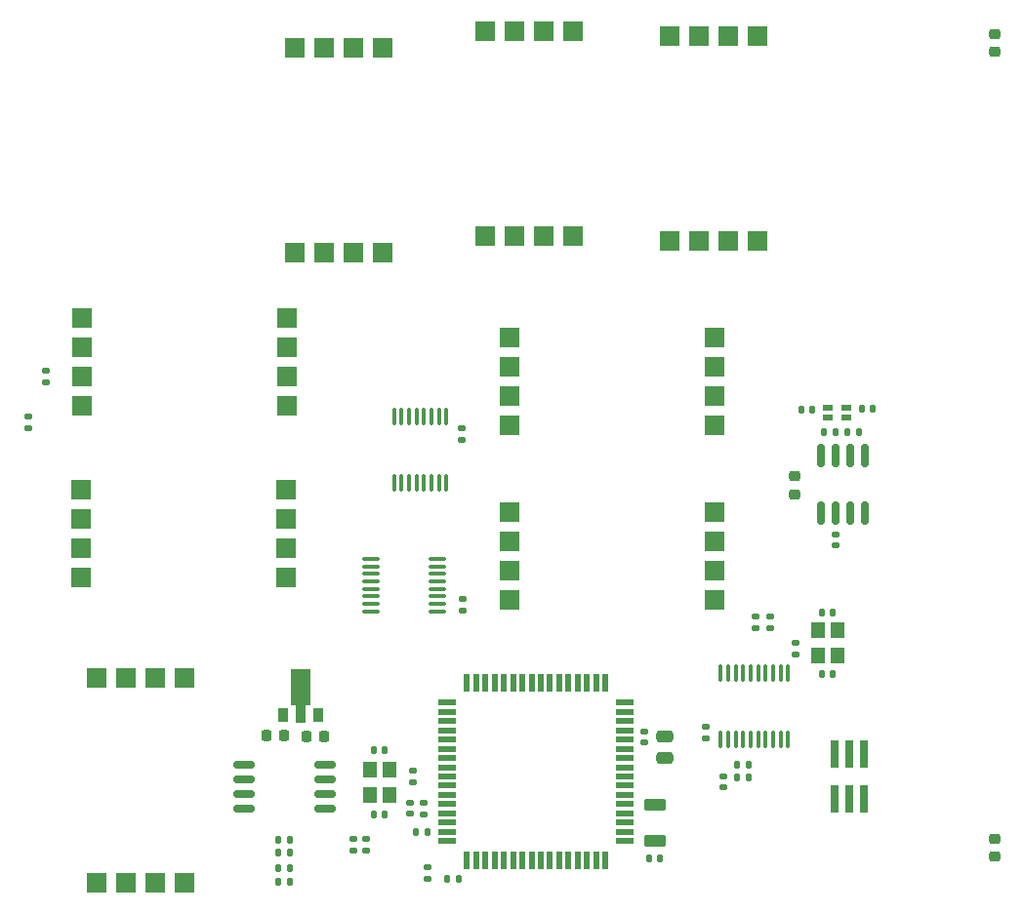
<source format=gbr>
%TF.GenerationSoftware,KiCad,Pcbnew,(6.0.0)*%
%TF.CreationDate,2022-01-29T18:53:07+09:00*%
%TF.ProjectId,ykts-payload,796b7473-2d70-4617-996c-6f61642e6b69,A4*%
%TF.SameCoordinates,Original*%
%TF.FileFunction,Paste,Bot*%
%TF.FilePolarity,Positive*%
%FSLAX46Y46*%
G04 Gerber Fmt 4.6, Leading zero omitted, Abs format (unit mm)*
G04 Created by KiCad (PCBNEW (6.0.0)) date 2022-01-29 18:53:07*
%MOMM*%
%LPD*%
G01*
G04 APERTURE LIST*
G04 Aperture macros list*
%AMRoundRect*
0 Rectangle with rounded corners*
0 $1 Rounding radius*
0 $2 $3 $4 $5 $6 $7 $8 $9 X,Y pos of 4 corners*
0 Add a 4 corners polygon primitive as box body*
4,1,4,$2,$3,$4,$5,$6,$7,$8,$9,$2,$3,0*
0 Add four circle primitives for the rounded corners*
1,1,$1+$1,$2,$3*
1,1,$1+$1,$4,$5*
1,1,$1+$1,$6,$7*
1,1,$1+$1,$8,$9*
0 Add four rect primitives between the rounded corners*
20,1,$1+$1,$2,$3,$4,$5,0*
20,1,$1+$1,$4,$5,$6,$7,0*
20,1,$1+$1,$6,$7,$8,$9,0*
20,1,$1+$1,$8,$9,$2,$3,0*%
%AMFreePoly0*
4,1,9,3.862500,-0.866500,0.737500,-0.866500,0.737500,-0.450000,-0.737500,-0.450000,-0.737500,0.450000,0.737500,0.450000,0.737500,0.866500,3.862500,0.866500,3.862500,-0.866500,3.862500,-0.866500,$1*%
G04 Aperture macros list end*
%ADD10RoundRect,0.150000X0.800000X0.150000X-0.800000X0.150000X-0.800000X-0.150000X0.800000X-0.150000X0*%
%ADD11RoundRect,0.135000X0.185000X-0.135000X0.185000X0.135000X-0.185000X0.135000X-0.185000X-0.135000X0*%
%ADD12RoundRect,0.140000X0.140000X0.170000X-0.140000X0.170000X-0.140000X-0.170000X0.140000X-0.170000X0*%
%ADD13RoundRect,0.025500X0.354500X-0.229500X0.354500X0.229500X-0.354500X0.229500X-0.354500X-0.229500X0*%
%ADD14RoundRect,0.100000X-0.100000X0.637500X-0.100000X-0.637500X0.100000X-0.637500X0.100000X0.637500X0*%
%ADD15RoundRect,0.140000X-0.140000X-0.170000X0.140000X-0.170000X0.140000X0.170000X-0.140000X0.170000X0*%
%ADD16R,1.200000X1.400000*%
%ADD17R,1.700000X1.700000*%
%ADD18RoundRect,0.135000X0.135000X0.185000X-0.135000X0.185000X-0.135000X-0.185000X0.135000X-0.185000X0*%
%ADD19RoundRect,0.135000X-0.185000X0.135000X-0.185000X-0.135000X0.185000X-0.135000X0.185000X0.135000X0*%
%ADD20RoundRect,0.100000X0.637500X0.100000X-0.637500X0.100000X-0.637500X-0.100000X0.637500X-0.100000X0*%
%ADD21RoundRect,0.140000X-0.170000X0.140000X-0.170000X-0.140000X0.170000X-0.140000X0.170000X0.140000X0*%
%ADD22RoundRect,0.250000X-0.700000X0.275000X-0.700000X-0.275000X0.700000X-0.275000X0.700000X0.275000X0*%
%ADD23R,0.550000X1.500000*%
%ADD24R,1.500000X0.550000*%
%ADD25RoundRect,0.225000X-0.225000X-0.250000X0.225000X-0.250000X0.225000X0.250000X-0.225000X0.250000X0*%
%ADD26RoundRect,0.135000X-0.135000X-0.185000X0.135000X-0.185000X0.135000X0.185000X-0.135000X0.185000X0*%
%ADD27RoundRect,0.225000X-0.250000X0.225000X-0.250000X-0.225000X0.250000X-0.225000X0.250000X0.225000X0*%
%ADD28RoundRect,0.147500X-0.147500X-0.172500X0.147500X-0.172500X0.147500X0.172500X-0.147500X0.172500X0*%
%ADD29R,0.900000X1.300000*%
%ADD30FreePoly0,90.000000*%
%ADD31RoundRect,0.225000X0.225000X0.250000X-0.225000X0.250000X-0.225000X-0.250000X0.225000X-0.250000X0*%
%ADD32RoundRect,0.150000X0.150000X-0.825000X0.150000X0.825000X-0.150000X0.825000X-0.150000X-0.825000X0*%
%ADD33RoundRect,0.140000X0.170000X-0.140000X0.170000X0.140000X-0.170000X0.140000X-0.170000X-0.140000X0*%
%ADD34RoundRect,0.250000X-0.475000X0.250000X-0.475000X-0.250000X0.475000X-0.250000X0.475000X0.250000X0*%
%ADD35RoundRect,0.225000X0.250000X-0.225000X0.250000X0.225000X-0.250000X0.225000X-0.250000X-0.225000X0*%
%ADD36R,0.740000X2.400000*%
G04 APERTURE END LIST*
D10*
%TO.C,U11*%
X120975000Y-132461000D03*
X120975000Y-133731000D03*
X120975000Y-135001000D03*
X120975000Y-136271000D03*
X113975000Y-136271000D03*
X113975000Y-135001000D03*
X113975000Y-133731000D03*
X113975000Y-132461000D03*
%TD*%
D11*
%TO.C,R39*%
X124587000Y-139956000D03*
X124587000Y-138936000D03*
%TD*%
D12*
%TO.C,CH4*%
X163294000Y-101671000D03*
X162334000Y-101671000D03*
%TD*%
D13*
%TO.C,FL2*%
X166260000Y-102360000D03*
X164590000Y-102360000D03*
X164590000Y-101490000D03*
X166260000Y-101490000D03*
%TD*%
D14*
%TO.C,U16*%
X126985600Y-102293500D03*
X127635600Y-102293500D03*
X128285600Y-102293500D03*
X128935600Y-102293500D03*
X129585600Y-102293500D03*
X130235600Y-102293500D03*
X130885600Y-102293500D03*
X131535600Y-102293500D03*
X131535600Y-108018500D03*
X130885600Y-108018500D03*
X130235600Y-108018500D03*
X129585600Y-108018500D03*
X128935600Y-108018500D03*
X128285600Y-108018500D03*
X127635600Y-108018500D03*
X126985600Y-108018500D03*
%TD*%
D11*
%TO.C,R25*%
X158369000Y-120652000D03*
X158369000Y-119632000D03*
%TD*%
D15*
%TO.C,C26*%
X164112000Y-124587000D03*
X165072000Y-124587000D03*
%TD*%
D16*
%TO.C,Y3*%
X126580000Y-132885000D03*
X126580000Y-135085000D03*
X124880000Y-135085000D03*
X124880000Y-132885000D03*
%TD*%
D11*
%TO.C,R46*%
X161798000Y-122938000D03*
X161798000Y-121918000D03*
%TD*%
%TO.C,R31*%
X129540000Y-136781000D03*
X129540000Y-135761000D03*
%TD*%
D17*
%TO.C,N12*%
X137033000Y-95402400D03*
X137033000Y-97942400D03*
X137033000Y-100482400D03*
X137033000Y-103022400D03*
X154813000Y-95402400D03*
X154813000Y-97942400D03*
X154813000Y-100482400D03*
X154813000Y-103022400D03*
%TD*%
D18*
%TO.C,R38*%
X117947900Y-140143500D03*
X116927900Y-140143500D03*
%TD*%
D19*
%TO.C,R42*%
X123444000Y-138936000D03*
X123444000Y-139956000D03*
%TD*%
D20*
%TO.C,U15*%
X130751500Y-114615800D03*
X130751500Y-115265800D03*
X130751500Y-115915800D03*
X130751500Y-116565800D03*
X130751500Y-117215800D03*
X130751500Y-117865800D03*
X130751500Y-118515800D03*
X130751500Y-119165800D03*
X125026500Y-119165800D03*
X125026500Y-118515800D03*
X125026500Y-117865800D03*
X125026500Y-117215800D03*
X125026500Y-116565800D03*
X125026500Y-115915800D03*
X125026500Y-115265800D03*
X125026500Y-114615800D03*
%TD*%
D21*
%TO.C,C18*%
X128397000Y-135791000D03*
X128397000Y-136751000D03*
%TD*%
%TO.C,C29*%
X155575000Y-133505000D03*
X155575000Y-134465000D03*
%TD*%
D22*
%TO.C,L2*%
X149606000Y-135966000D03*
X149606000Y-139116000D03*
%TD*%
D18*
%TO.C,R37*%
X117945900Y-142620000D03*
X116925900Y-142620000D03*
%TD*%
D15*
%TO.C,CH3*%
X166342000Y-103576000D03*
X167302000Y-103576000D03*
%TD*%
D17*
%TO.C,N13*%
X118364000Y-88011000D03*
X120904000Y-88011000D03*
X123444000Y-88011000D03*
X125984000Y-88011000D03*
X118364000Y-70231000D03*
X120904000Y-70231000D03*
X123444000Y-70231000D03*
X125984000Y-70231000D03*
%TD*%
D19*
%TO.C,R36*%
X129921000Y-141349000D03*
X129921000Y-142369000D03*
%TD*%
D17*
%TO.C,N10*%
X108839000Y-124917200D03*
X106299000Y-124917200D03*
X103759000Y-124917200D03*
X101219000Y-124917200D03*
X108839000Y-142697200D03*
X106299000Y-142697200D03*
X103759000Y-142697200D03*
X101219000Y-142697200D03*
%TD*%
D18*
%TO.C,R48*%
X157736000Y-133604000D03*
X156716000Y-133604000D03*
%TD*%
D12*
%TO.C,C25*%
X165072000Y-119253000D03*
X164112000Y-119253000D03*
%TD*%
D23*
%TO.C,U9*%
X145319000Y-140796000D03*
X144519000Y-140796000D03*
X143719000Y-140796000D03*
X142919000Y-140796000D03*
X142119000Y-140796000D03*
X141319000Y-140796000D03*
X140519000Y-140796000D03*
X139719000Y-140796000D03*
X138919000Y-140796000D03*
X138119000Y-140796000D03*
X137319000Y-140796000D03*
X136519000Y-140796000D03*
X135719000Y-140796000D03*
X134919000Y-140796000D03*
X134119000Y-140796000D03*
X133319000Y-140796000D03*
D24*
X131619000Y-139096000D03*
X131619000Y-138296000D03*
X131619000Y-137496000D03*
X131619000Y-136696000D03*
X131619000Y-135896000D03*
X131619000Y-135096000D03*
X131619000Y-134296000D03*
X131619000Y-133496000D03*
X131619000Y-132696000D03*
X131619000Y-131896000D03*
X131619000Y-131096000D03*
X131619000Y-130296000D03*
X131619000Y-129496000D03*
X131619000Y-128696000D03*
X131619000Y-127896000D03*
X131619000Y-127096000D03*
D23*
X133319000Y-125396000D03*
X134119000Y-125396000D03*
X134919000Y-125396000D03*
X135719000Y-125396000D03*
X136519000Y-125396000D03*
X137319000Y-125396000D03*
X138119000Y-125396000D03*
X138919000Y-125396000D03*
X139719000Y-125396000D03*
X140519000Y-125396000D03*
X141319000Y-125396000D03*
X142119000Y-125396000D03*
X142919000Y-125396000D03*
X143719000Y-125396000D03*
X144519000Y-125396000D03*
X145319000Y-125396000D03*
D24*
X147019000Y-127096000D03*
X147019000Y-127896000D03*
X147019000Y-128696000D03*
X147019000Y-129496000D03*
X147019000Y-130296000D03*
X147019000Y-131096000D03*
X147019000Y-131896000D03*
X147019000Y-132696000D03*
X147019000Y-133496000D03*
X147019000Y-134296000D03*
X147019000Y-135096000D03*
X147019000Y-135896000D03*
X147019000Y-136696000D03*
X147019000Y-137496000D03*
X147019000Y-138296000D03*
X147019000Y-139096000D03*
%TD*%
D25*
%TO.C,C23*%
X119367000Y-130048000D03*
X120917000Y-130048000D03*
%TD*%
D26*
%TO.C,R47*%
X156716000Y-132461000D03*
X157736000Y-132461000D03*
%TD*%
D27*
%TO.C,C24*%
X179070000Y-138925000D03*
X179070000Y-140475000D03*
%TD*%
D11*
%TO.C,R35*%
X95250000Y-103253000D03*
X95250000Y-102233000D03*
%TD*%
D19*
%TO.C,R32*%
X128651000Y-132967000D03*
X128651000Y-133987000D03*
%TD*%
D14*
%TO.C,U13*%
X155317000Y-124518500D03*
X155967000Y-124518500D03*
X156617000Y-124518500D03*
X157267000Y-124518500D03*
X157917000Y-124518500D03*
X158567000Y-124518500D03*
X159217000Y-124518500D03*
X159867000Y-124518500D03*
X160517000Y-124518500D03*
X161167000Y-124518500D03*
X161167000Y-130243500D03*
X160517000Y-130243500D03*
X159867000Y-130243500D03*
X159217000Y-130243500D03*
X158567000Y-130243500D03*
X157917000Y-130243500D03*
X157267000Y-130243500D03*
X156617000Y-130243500D03*
X155967000Y-130243500D03*
X155317000Y-130243500D03*
%TD*%
D28*
%TO.C,D6*%
X131595000Y-142367000D03*
X132565000Y-142367000D03*
%TD*%
D17*
%TO.C,N9*%
X117678200Y-101346000D03*
X117678200Y-98806000D03*
X117678200Y-96266000D03*
X117678200Y-93726000D03*
X99898200Y-101346000D03*
X99898200Y-98806000D03*
X99898200Y-96266000D03*
X99898200Y-93726000D03*
%TD*%
D19*
%TO.C,R43*%
X159639000Y-119632000D03*
X159639000Y-120652000D03*
%TD*%
D12*
%TO.C,CL3*%
X165270000Y-103576000D03*
X164310000Y-103576000D03*
%TD*%
D15*
%TO.C,CL4*%
X167541000Y-101544000D03*
X168501000Y-101544000D03*
%TD*%
D29*
%TO.C,U10*%
X120397400Y-128142000D03*
D30*
X118897400Y-128054500D03*
D29*
X117397400Y-128142000D03*
%TD*%
D15*
%TO.C,C17*%
X125250000Y-136779000D03*
X126210000Y-136779000D03*
%TD*%
D26*
%TO.C,R41*%
X116927900Y-139000500D03*
X117947900Y-139000500D03*
%TD*%
D17*
%TO.C,N11*%
X136982200Y-110540800D03*
X136982200Y-113080800D03*
X136982200Y-115620800D03*
X136982200Y-118160800D03*
X154762200Y-110540800D03*
X154762200Y-113080800D03*
X154762200Y-115620800D03*
X154762200Y-118160800D03*
%TD*%
D31*
%TO.C,C22*%
X117450900Y-129983500D03*
X115900900Y-129983500D03*
%TD*%
D17*
%TO.C,N14*%
X150876000Y-86995000D03*
X153416000Y-86995000D03*
X155956000Y-86995000D03*
X158496000Y-86995000D03*
X150876000Y-69215000D03*
X153416000Y-69215000D03*
X155956000Y-69215000D03*
X158496000Y-69215000D03*
%TD*%
D21*
%TO.C,C30*%
X165298000Y-112494000D03*
X165298000Y-113454000D03*
%TD*%
D15*
%TO.C,C20*%
X149126000Y-140589000D03*
X150086000Y-140589000D03*
%TD*%
D11*
%TO.C,R49*%
X132969000Y-119128000D03*
X132969000Y-118108000D03*
%TD*%
D17*
%TO.C,N15*%
X117627400Y-116230400D03*
X117627400Y-113690400D03*
X117627400Y-111150400D03*
X117627400Y-108610400D03*
X99847400Y-116230400D03*
X99847400Y-113690400D03*
X99847400Y-111150400D03*
X99847400Y-108610400D03*
%TD*%
D32*
%TO.C,U14*%
X167838000Y-110623000D03*
X166568000Y-110623000D03*
X165298000Y-110623000D03*
X164028000Y-110623000D03*
X164028000Y-105673000D03*
X165298000Y-105673000D03*
X166568000Y-105673000D03*
X167838000Y-105673000D03*
%TD*%
D33*
%TO.C,C27*%
X154051000Y-130175000D03*
X154051000Y-129215000D03*
%TD*%
D16*
%TO.C,Y4*%
X163742000Y-123020000D03*
X163742000Y-120820000D03*
X165442000Y-120820000D03*
X165442000Y-123020000D03*
%TD*%
D19*
%TO.C,R34*%
X96774000Y-98296000D03*
X96774000Y-99316000D03*
%TD*%
D18*
%TO.C,R33*%
X129923000Y-138303000D03*
X128903000Y-138303000D03*
%TD*%
D27*
%TO.C,C28*%
X161742000Y-107453000D03*
X161742000Y-109003000D03*
%TD*%
D19*
%TO.C,R50*%
X132842000Y-103249000D03*
X132842000Y-104269000D03*
%TD*%
D12*
%TO.C,C16*%
X126210000Y-131191000D03*
X125250000Y-131191000D03*
%TD*%
D21*
%TO.C,C19*%
X148717000Y-129568000D03*
X148717000Y-130528000D03*
%TD*%
D34*
%TO.C,C21*%
X150495000Y-129987000D03*
X150495000Y-131887000D03*
%TD*%
D35*
%TO.C,C31*%
X179070000Y-70625000D03*
X179070000Y-69075000D03*
%TD*%
D26*
%TO.C,R40*%
X116925900Y-141477000D03*
X117945900Y-141477000D03*
%TD*%
D17*
%TO.C,N16*%
X134874000Y-86614000D03*
X137414000Y-86614000D03*
X139954000Y-86614000D03*
X142494000Y-86614000D03*
X134874000Y-68834000D03*
X137414000Y-68834000D03*
X139954000Y-68834000D03*
X142494000Y-68834000D03*
%TD*%
D36*
%TO.C,J8*%
X165227000Y-131527000D03*
X165227000Y-135427000D03*
X166497000Y-131527000D03*
X166497000Y-135427000D03*
X167767000Y-131527000D03*
X167767000Y-135427000D03*
%TD*%
M02*

</source>
